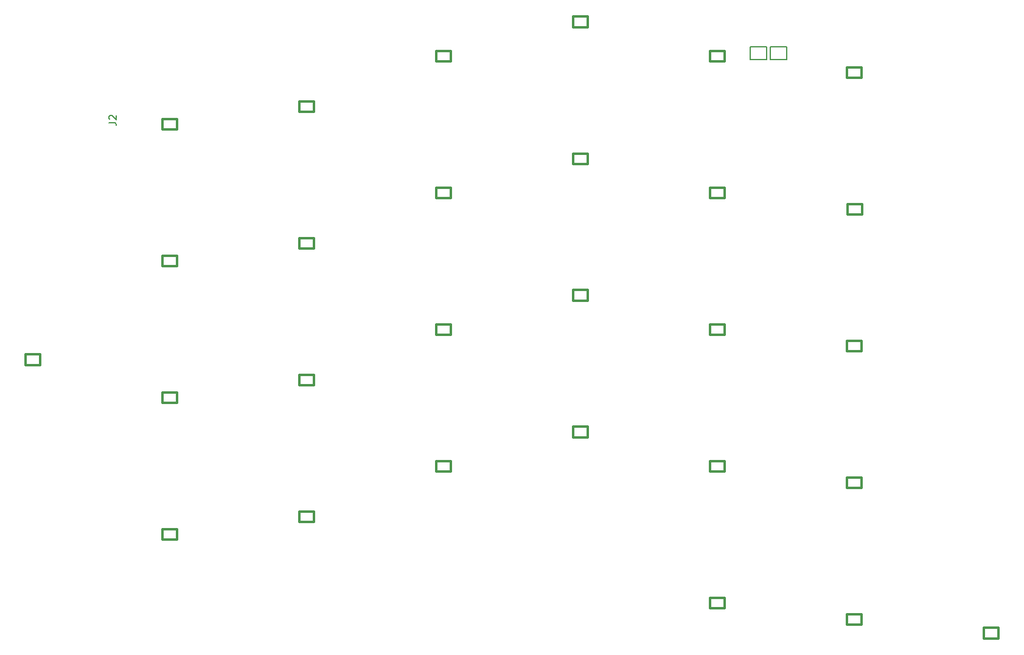
<source format=gbr>
G04 #@! TF.GenerationSoftware,KiCad,Pcbnew,(5.0.2)-1*
G04 #@! TF.CreationDate,2019-03-25T20:18:58+08:00*
G04 #@! TF.ProjectId,JiranSecondTry,4a697261-6e53-4656-936f-6e645472792e,rev?*
G04 #@! TF.SameCoordinates,Original*
G04 #@! TF.FileFunction,Legend,Top*
G04 #@! TF.FilePolarity,Positive*
%FSLAX46Y46*%
G04 Gerber Fmt 4.6, Leading zero omitted, Abs format (unit mm)*
G04 Created by KiCad (PCBNEW (5.0.2)-1) date 25/03/2019 20:18:58*
%MOMM*%
%LPD*%
G01*
G04 APERTURE LIST*
%ADD10C,0.300000*%
%ADD11C,0.150000*%
G04 APERTURE END LIST*
D10*
G04 #@! TO.C,L1*
X150605000Y-50600000D02*
X152655000Y-50600000D01*
X150605000Y-52050000D02*
X150605000Y-50600000D01*
X152655000Y-52050000D02*
X150605000Y-52050000D01*
X152655000Y-50600000D02*
X152655000Y-52050000D01*
G04 #@! TO.C,L2*
X171705000Y-48125000D02*
X171705000Y-49575000D01*
X171705000Y-49575000D02*
X169655000Y-49575000D01*
X169655000Y-49575000D02*
X169655000Y-48125000D01*
X169655000Y-48125000D02*
X171705000Y-48125000D01*
G04 #@! TO.C,L3*
X188730000Y-41075000D02*
X190780000Y-41075000D01*
X188730000Y-42525000D02*
X188730000Y-41075000D01*
X190780000Y-42525000D02*
X188730000Y-42525000D01*
X190780000Y-41075000D02*
X190780000Y-42525000D01*
G04 #@! TO.C,L4*
X209805000Y-36300000D02*
X209805000Y-37750000D01*
X209805000Y-37750000D02*
X207755000Y-37750000D01*
X207755000Y-37750000D02*
X207755000Y-36300000D01*
X207755000Y-36300000D02*
X209805000Y-36300000D01*
G04 #@! TO.C,L5*
X228855000Y-41075000D02*
X228855000Y-42525000D01*
X228855000Y-42525000D02*
X226805000Y-42525000D01*
X226805000Y-42525000D02*
X226805000Y-41075000D01*
X226805000Y-41075000D02*
X228855000Y-41075000D01*
G04 #@! TO.C,L6*
X245880000Y-43350000D02*
X247930000Y-43350000D01*
X245880000Y-44800000D02*
X245880000Y-43350000D01*
X247930000Y-44800000D02*
X245880000Y-44800000D01*
X247930000Y-43350000D02*
X247930000Y-44800000D01*
G04 #@! TO.C,L7*
X152655000Y-69650000D02*
X152655000Y-71100000D01*
X152655000Y-71100000D02*
X150605000Y-71100000D01*
X150605000Y-71100000D02*
X150605000Y-69650000D01*
X150605000Y-69650000D02*
X152655000Y-69650000D01*
G04 #@! TO.C,L8*
X169655000Y-67175000D02*
X171705000Y-67175000D01*
X169655000Y-68625000D02*
X169655000Y-67175000D01*
X171705000Y-68625000D02*
X169655000Y-68625000D01*
X171705000Y-67175000D02*
X171705000Y-68625000D01*
G04 #@! TO.C,L9*
X190780000Y-60125000D02*
X190780000Y-61575000D01*
X190780000Y-61575000D02*
X188730000Y-61575000D01*
X188730000Y-61575000D02*
X188730000Y-60125000D01*
X188730000Y-60125000D02*
X190780000Y-60125000D01*
G04 #@! TO.C,L10*
X207755000Y-55375000D02*
X209805000Y-55375000D01*
X207755000Y-56825000D02*
X207755000Y-55375000D01*
X209805000Y-56825000D02*
X207755000Y-56825000D01*
X209805000Y-55375000D02*
X209805000Y-56825000D01*
G04 #@! TO.C,L11*
X228855000Y-60150000D02*
X228855000Y-61600000D01*
X228855000Y-61600000D02*
X226805000Y-61600000D01*
X226805000Y-61600000D02*
X226805000Y-60150000D01*
X226805000Y-60150000D02*
X228855000Y-60150000D01*
G04 #@! TO.C,L12*
X245960000Y-62390000D02*
X248010000Y-62390000D01*
X245960000Y-63840000D02*
X245960000Y-62390000D01*
X248010000Y-63840000D02*
X245960000Y-63840000D01*
X248010000Y-62390000D02*
X248010000Y-63840000D01*
G04 #@! TO.C,L13*
X150605000Y-88700000D02*
X152655000Y-88700000D01*
X150605000Y-90150000D02*
X150605000Y-88700000D01*
X152655000Y-90150000D02*
X150605000Y-90150000D01*
X152655000Y-88700000D02*
X152655000Y-90150000D01*
G04 #@! TO.C,L14*
X171705000Y-86225000D02*
X171705000Y-87675000D01*
X171705000Y-87675000D02*
X169655000Y-87675000D01*
X169655000Y-87675000D02*
X169655000Y-86225000D01*
X169655000Y-86225000D02*
X171705000Y-86225000D01*
G04 #@! TO.C,L15*
X188730000Y-79175000D02*
X190780000Y-79175000D01*
X188730000Y-80625000D02*
X188730000Y-79175000D01*
X190780000Y-80625000D02*
X188730000Y-80625000D01*
X190780000Y-79175000D02*
X190780000Y-80625000D01*
G04 #@! TO.C,L16*
X209805000Y-74400000D02*
X209805000Y-75850000D01*
X209805000Y-75850000D02*
X207755000Y-75850000D01*
X207755000Y-75850000D02*
X207755000Y-74400000D01*
X207755000Y-74400000D02*
X209805000Y-74400000D01*
G04 #@! TO.C,L17*
X226805000Y-79175000D02*
X228855000Y-79175000D01*
X226805000Y-80625000D02*
X226805000Y-79175000D01*
X228855000Y-80625000D02*
X226805000Y-80625000D01*
X228855000Y-79175000D02*
X228855000Y-80625000D01*
G04 #@! TO.C,L18*
X247930000Y-81475000D02*
X247930000Y-82925000D01*
X247930000Y-82925000D02*
X245880000Y-82925000D01*
X245880000Y-82925000D02*
X245880000Y-81475000D01*
X245880000Y-81475000D02*
X247930000Y-81475000D01*
G04 #@! TO.C,L19*
X150605000Y-107750000D02*
X152655000Y-107750000D01*
X150605000Y-109200000D02*
X150605000Y-107750000D01*
X152655000Y-109200000D02*
X150605000Y-109200000D01*
X152655000Y-107750000D02*
X152655000Y-109200000D01*
G04 #@! TO.C,L20*
X171705000Y-105275000D02*
X171705000Y-106725000D01*
X171705000Y-106725000D02*
X169655000Y-106725000D01*
X169655000Y-106725000D02*
X169655000Y-105275000D01*
X169655000Y-105275000D02*
X171705000Y-105275000D01*
G04 #@! TO.C,L21*
X188730000Y-98225000D02*
X190780000Y-98225000D01*
X188730000Y-99675000D02*
X188730000Y-98225000D01*
X190780000Y-99675000D02*
X188730000Y-99675000D01*
X190780000Y-98225000D02*
X190780000Y-99675000D01*
G04 #@! TO.C,L22*
X209805000Y-93450000D02*
X209805000Y-94900000D01*
X209805000Y-94900000D02*
X207755000Y-94900000D01*
X207755000Y-94900000D02*
X207755000Y-93450000D01*
X207755000Y-93450000D02*
X209805000Y-93450000D01*
G04 #@! TO.C,L23*
X226805000Y-98225000D02*
X228855000Y-98225000D01*
X226805000Y-99675000D02*
X226805000Y-98225000D01*
X228855000Y-99675000D02*
X226805000Y-99675000D01*
X228855000Y-98225000D02*
X228855000Y-99675000D01*
G04 #@! TO.C,L24*
X247930000Y-100500000D02*
X247930000Y-101950000D01*
X247930000Y-101950000D02*
X245880000Y-101950000D01*
X245880000Y-101950000D02*
X245880000Y-100500000D01*
X245880000Y-100500000D02*
X247930000Y-100500000D01*
G04 #@! TO.C,L25*
X131555000Y-83375000D02*
X133605000Y-83375000D01*
X131555000Y-84825000D02*
X131555000Y-83375000D01*
X133605000Y-84825000D02*
X131555000Y-84825000D01*
X133605000Y-83375000D02*
X133605000Y-84825000D01*
G04 #@! TO.C,L26*
X226805000Y-117275000D02*
X228855000Y-117275000D01*
X226805000Y-118725000D02*
X226805000Y-117275000D01*
X228855000Y-118725000D02*
X226805000Y-118725000D01*
X228855000Y-117275000D02*
X228855000Y-118725000D01*
G04 #@! TO.C,L27*
X247930000Y-119575000D02*
X247930000Y-121025000D01*
X247930000Y-121025000D02*
X245880000Y-121025000D01*
X245880000Y-121025000D02*
X245880000Y-119575000D01*
X245880000Y-119575000D02*
X247930000Y-119575000D01*
G04 #@! TO.C,L28*
X264930000Y-121475000D02*
X266980000Y-121475000D01*
X264930000Y-122925000D02*
X264930000Y-121475000D01*
X266980000Y-122925000D02*
X264930000Y-122925000D01*
X266980000Y-121475000D02*
X266980000Y-122925000D01*
D11*
G04 #@! TO.C,JP3*
X232407000Y-42239000D02*
X232407000Y-40461000D01*
X234693000Y-42239000D02*
X232407000Y-42239000D01*
X234693000Y-40461000D02*
X234693000Y-42239000D01*
X232407000Y-40461000D02*
X234693000Y-40461000D01*
G04 #@! TO.C,JP4*
X235207000Y-40461000D02*
X237493000Y-40461000D01*
X237493000Y-40461000D02*
X237493000Y-42239000D01*
X237493000Y-42239000D02*
X235207000Y-42239000D01*
X235207000Y-42239000D02*
X235207000Y-40461000D01*
G04 #@! TO.C,U1*
G04 #@! TO.C,J2*
X143172380Y-51043333D02*
X143886666Y-51043333D01*
X144029523Y-51090952D01*
X144124761Y-51186190D01*
X144172380Y-51329047D01*
X144172380Y-51424285D01*
X143267619Y-50614761D02*
X143220000Y-50567142D01*
X143172380Y-50471904D01*
X143172380Y-50233809D01*
X143220000Y-50138571D01*
X143267619Y-50090952D01*
X143362857Y-50043333D01*
X143458095Y-50043333D01*
X143600952Y-50090952D01*
X144172380Y-50662380D01*
X144172380Y-50043333D01*
G04 #@! TD*
M02*

</source>
